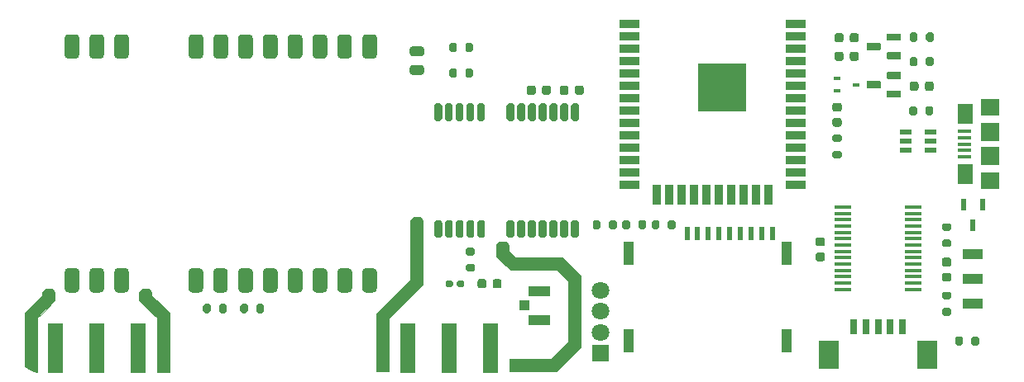
<source format=gbs>
G04 #@! TF.GenerationSoftware,KiCad,Pcbnew,(5.1.10)-1*
G04 #@! TF.CreationDate,2022-02-22T01:10:42-03:00*
G04 #@! TF.ProjectId,Alcantara_v.1.0,416c6361-6e74-4617-9261-5f762e312e30,rev?*
G04 #@! TF.SameCoordinates,Original*
G04 #@! TF.FileFunction,Soldermask,Bot*
G04 #@! TF.FilePolarity,Negative*
%FSLAX46Y46*%
G04 Gerber Fmt 4.6, Leading zero omitted, Abs format (unit mm)*
G04 Created by KiCad (PCBNEW (5.1.10)-1) date 2022-02-22 01:10:42*
%MOMM*%
%LPD*%
G01*
G04 APERTURE LIST*
%ADD10C,0.010000*%
%ADD11R,0.600000X1.250000*%
%ADD12R,1.100000X2.400000*%
%ADD13R,0.620000X1.400000*%
%ADD14C,1.800000*%
%ADD15R,1.800000X1.800000*%
%ADD16R,2.000000X1.000000*%
%ADD17R,2.100000X3.000000*%
%ADD18R,0.800000X1.600000*%
%ADD19R,1.250000X0.500000*%
%ADD20R,1.750000X0.450000*%
%ADD21R,5.000000X5.000000*%
%ADD22R,2.000000X0.900000*%
%ADD23R,0.900000X2.000000*%
%ADD24R,0.700000X0.450000*%
%ADD25R,1.500000X5.080000*%
%ADD26R,1.900000X1.800000*%
%ADD27R,1.900000X1.900000*%
%ADD28R,1.600000X2.100000*%
%ADD29R,1.350000X0.400000*%
%ADD30R,2.200000X1.050000*%
%ADD31R,1.050000X1.000000*%
G04 APERTURE END LIST*
D10*
G36*
X104353671Y-52736360D02*
G01*
X104349400Y-53386600D01*
X105019960Y-54057160D01*
X109815480Y-54057160D01*
X111690000Y-55926600D01*
X111690000Y-63282440D01*
X109216040Y-65756400D01*
X104405280Y-65756400D01*
X104405280Y-64486400D01*
X108692800Y-64486400D01*
X110420000Y-62759200D01*
X110420000Y-56460000D01*
X109282080Y-55327160D01*
X104481480Y-55322080D01*
X103079400Y-53920000D01*
X103079400Y-52736360D01*
X103348640Y-52462040D01*
X104090320Y-52462040D01*
X104353671Y-52736360D01*
G37*
X104353671Y-52736360D02*
X104349400Y-53386600D01*
X105019960Y-54057160D01*
X109815480Y-54057160D01*
X111690000Y-55926600D01*
X111690000Y-63282440D01*
X109216040Y-65756400D01*
X104405280Y-65756400D01*
X104405280Y-64486400D01*
X108692800Y-64486400D01*
X110420000Y-62759200D01*
X110420000Y-56460000D01*
X109282080Y-55327160D01*
X104481480Y-55322080D01*
X103079400Y-53920000D01*
X103079400Y-52736360D01*
X103348640Y-52462040D01*
X104090320Y-52462040D01*
X104353671Y-52736360D01*
G36*
X95564880Y-50195640D02*
G01*
X95564880Y-56855520D01*
X92080000Y-60335320D01*
X92080000Y-65750600D01*
X90810000Y-65750600D01*
X90810000Y-59817160D01*
X94294880Y-56332280D01*
X94294880Y-50195640D01*
X94635240Y-49875600D01*
X95260080Y-49875600D01*
X95564880Y-50195640D01*
G37*
X95564880Y-50195640D02*
X95564880Y-56855520D01*
X92080000Y-60335320D01*
X92080000Y-65750600D01*
X90810000Y-65750600D01*
X90810000Y-59817160D01*
X94294880Y-56332280D01*
X94294880Y-50195640D01*
X94635240Y-49875600D01*
X95260080Y-49875600D01*
X95564880Y-50195640D01*
G36*
X57853580Y-57553860D02*
G01*
X57853580Y-58447940D01*
X56555640Y-59756040D01*
X56045100Y-60253880D01*
X56045100Y-65765680D01*
X55719980Y-65704720D01*
X55384700Y-65587880D01*
X55074820Y-65405000D01*
X54820820Y-65171320D01*
X54775100Y-65115440D01*
X54775100Y-59733180D01*
X56616600Y-57891680D01*
X56616600Y-57593230D01*
X56908700Y-57294780D01*
X57594500Y-57294780D01*
X57853580Y-57553860D01*
G37*
X57853580Y-57553860D02*
X57853580Y-58447940D01*
X56555640Y-59756040D01*
X56045100Y-60253880D01*
X56045100Y-65765680D01*
X55719980Y-65704720D01*
X55384700Y-65587880D01*
X55074820Y-65405000D01*
X54820820Y-65171320D01*
X54775100Y-65115440D01*
X54775100Y-59733180D01*
X56616600Y-57891680D01*
X56616600Y-57593230D01*
X56908700Y-57294780D01*
X57594500Y-57294780D01*
X57853580Y-57553860D01*
G36*
X67772280Y-57593230D02*
G01*
X67772280Y-57891680D01*
X69613780Y-59733180D01*
X69613780Y-65765680D01*
X68343780Y-65765680D01*
X68343780Y-60253880D01*
X67833240Y-59756040D01*
X66502280Y-58425080D01*
X66502280Y-57586880D01*
X66794380Y-57294780D01*
X67480180Y-57294780D01*
X67772280Y-57593230D01*
G37*
X67772280Y-57593230D02*
X67772280Y-57891680D01*
X69613780Y-59733180D01*
X69613780Y-65765680D01*
X68343780Y-65765680D01*
X68343780Y-60253880D01*
X67833240Y-59756040D01*
X66502280Y-58425080D01*
X66502280Y-57586880D01*
X66794380Y-57294780D01*
X67480180Y-57294780D01*
X67772280Y-57593230D01*
D11*
X151870000Y-50702000D03*
X152820000Y-48602000D03*
X150920000Y-48602000D03*
D12*
X116620000Y-53609400D03*
X116620000Y-62609400D03*
X132770000Y-62609400D03*
X132770000Y-53609400D03*
D13*
X131390000Y-51609400D03*
X130290000Y-51609400D03*
X129190000Y-51609400D03*
X128090000Y-51609400D03*
X126990000Y-51609400D03*
X125890000Y-51609400D03*
X124790000Y-51609400D03*
X123690000Y-51609400D03*
X122590000Y-51609400D03*
D14*
X113775000Y-57404000D03*
X113775000Y-59563000D03*
X113775000Y-61722000D03*
D15*
X113775000Y-63881000D03*
G36*
G01*
X59273000Y-55138000D02*
X60023000Y-55138000D01*
G75*
G02*
X60398000Y-55513000I0J-375000D01*
G01*
X60398000Y-57263000D01*
G75*
G02*
X60023000Y-57638000I-375000J0D01*
G01*
X59273000Y-57638000D01*
G75*
G02*
X58898000Y-57263000I0J375000D01*
G01*
X58898000Y-55513000D01*
G75*
G02*
X59273000Y-55138000I375000J0D01*
G01*
G37*
G36*
G01*
X61803000Y-55138000D02*
X62553000Y-55138000D01*
G75*
G02*
X62928000Y-55513000I0J-375000D01*
G01*
X62928000Y-57263000D01*
G75*
G02*
X62553000Y-57638000I-375000J0D01*
G01*
X61803000Y-57638000D01*
G75*
G02*
X61428000Y-57263000I0J375000D01*
G01*
X61428000Y-55513000D01*
G75*
G02*
X61803000Y-55138000I375000J0D01*
G01*
G37*
G36*
G01*
X64343000Y-55138000D02*
X65093000Y-55138000D01*
G75*
G02*
X65468000Y-55513000I0J-375000D01*
G01*
X65468000Y-57263000D01*
G75*
G02*
X65093000Y-57638000I-375000J0D01*
G01*
X64343000Y-57638000D01*
G75*
G02*
X63968000Y-57263000I0J375000D01*
G01*
X63968000Y-55513000D01*
G75*
G02*
X64343000Y-55138000I375000J0D01*
G01*
G37*
G36*
G01*
X71943000Y-55138000D02*
X72693000Y-55138000D01*
G75*
G02*
X73068000Y-55513000I0J-375000D01*
G01*
X73068000Y-57263000D01*
G75*
G02*
X72693000Y-57638000I-375000J0D01*
G01*
X71943000Y-57638000D01*
G75*
G02*
X71568000Y-57263000I0J375000D01*
G01*
X71568000Y-55513000D01*
G75*
G02*
X71943000Y-55138000I375000J0D01*
G01*
G37*
G36*
G01*
X74473000Y-55138000D02*
X75223000Y-55138000D01*
G75*
G02*
X75598000Y-55513000I0J-375000D01*
G01*
X75598000Y-57263000D01*
G75*
G02*
X75223000Y-57638000I-375000J0D01*
G01*
X74473000Y-57638000D01*
G75*
G02*
X74098000Y-57263000I0J375000D01*
G01*
X74098000Y-55513000D01*
G75*
G02*
X74473000Y-55138000I375000J0D01*
G01*
G37*
G36*
G01*
X77033000Y-55138000D02*
X77783000Y-55138000D01*
G75*
G02*
X78158000Y-55513000I0J-375000D01*
G01*
X78158000Y-57263000D01*
G75*
G02*
X77783000Y-57638000I-375000J0D01*
G01*
X77033000Y-57638000D01*
G75*
G02*
X76658000Y-57263000I0J375000D01*
G01*
X76658000Y-55513000D01*
G75*
G02*
X77033000Y-55138000I375000J0D01*
G01*
G37*
G36*
G01*
X79563000Y-55138000D02*
X80313000Y-55138000D01*
G75*
G02*
X80688000Y-55513000I0J-375000D01*
G01*
X80688000Y-57263000D01*
G75*
G02*
X80313000Y-57638000I-375000J0D01*
G01*
X79563000Y-57638000D01*
G75*
G02*
X79188000Y-57263000I0J375000D01*
G01*
X79188000Y-55513000D01*
G75*
G02*
X79563000Y-55138000I375000J0D01*
G01*
G37*
G36*
G01*
X82113000Y-55138000D02*
X82863000Y-55138000D01*
G75*
G02*
X83238000Y-55513000I0J-375000D01*
G01*
X83238000Y-57263000D01*
G75*
G02*
X82863000Y-57638000I-375000J0D01*
G01*
X82113000Y-57638000D01*
G75*
G02*
X81738000Y-57263000I0J375000D01*
G01*
X81738000Y-55513000D01*
G75*
G02*
X82113000Y-55138000I375000J0D01*
G01*
G37*
G36*
G01*
X84643000Y-55138000D02*
X85393000Y-55138000D01*
G75*
G02*
X85768000Y-55513000I0J-375000D01*
G01*
X85768000Y-57263000D01*
G75*
G02*
X85393000Y-57638000I-375000J0D01*
G01*
X84643000Y-57638000D01*
G75*
G02*
X84268000Y-57263000I0J375000D01*
G01*
X84268000Y-55513000D01*
G75*
G02*
X84643000Y-55138000I375000J0D01*
G01*
G37*
G36*
G01*
X87183000Y-55138000D02*
X87933000Y-55138000D01*
G75*
G02*
X88308000Y-55513000I0J-375000D01*
G01*
X88308000Y-57263000D01*
G75*
G02*
X87933000Y-57638000I-375000J0D01*
G01*
X87183000Y-57638000D01*
G75*
G02*
X86808000Y-57263000I0J375000D01*
G01*
X86808000Y-55513000D01*
G75*
G02*
X87183000Y-55138000I375000J0D01*
G01*
G37*
G36*
G01*
X89723000Y-55138000D02*
X90473000Y-55138000D01*
G75*
G02*
X90848000Y-55513000I0J-375000D01*
G01*
X90848000Y-57263000D01*
G75*
G02*
X90473000Y-57638000I-375000J0D01*
G01*
X89723000Y-57638000D01*
G75*
G02*
X89348000Y-57263000I0J375000D01*
G01*
X89348000Y-55513000D01*
G75*
G02*
X89723000Y-55138000I375000J0D01*
G01*
G37*
G36*
G01*
X89733000Y-31138000D02*
X90483000Y-31138000D01*
G75*
G02*
X90858000Y-31513000I0J-375000D01*
G01*
X90858000Y-33263000D01*
G75*
G02*
X90483000Y-33638000I-375000J0D01*
G01*
X89733000Y-33638000D01*
G75*
G02*
X89358000Y-33263000I0J375000D01*
G01*
X89358000Y-31513000D01*
G75*
G02*
X89733000Y-31138000I375000J0D01*
G01*
G37*
G36*
G01*
X87173000Y-31138000D02*
X87923000Y-31138000D01*
G75*
G02*
X88298000Y-31513000I0J-375000D01*
G01*
X88298000Y-33263000D01*
G75*
G02*
X87923000Y-33638000I-375000J0D01*
G01*
X87173000Y-33638000D01*
G75*
G02*
X86798000Y-33263000I0J375000D01*
G01*
X86798000Y-31513000D01*
G75*
G02*
X87173000Y-31138000I375000J0D01*
G01*
G37*
G36*
G01*
X84643000Y-31138000D02*
X85393000Y-31138000D01*
G75*
G02*
X85768000Y-31513000I0J-375000D01*
G01*
X85768000Y-33263000D01*
G75*
G02*
X85393000Y-33638000I-375000J0D01*
G01*
X84643000Y-33638000D01*
G75*
G02*
X84268000Y-33263000I0J375000D01*
G01*
X84268000Y-31513000D01*
G75*
G02*
X84643000Y-31138000I375000J0D01*
G01*
G37*
G36*
G01*
X82103000Y-31138000D02*
X82853000Y-31138000D01*
G75*
G02*
X83228000Y-31513000I0J-375000D01*
G01*
X83228000Y-33263000D01*
G75*
G02*
X82853000Y-33638000I-375000J0D01*
G01*
X82103000Y-33638000D01*
G75*
G02*
X81728000Y-33263000I0J375000D01*
G01*
X81728000Y-31513000D01*
G75*
G02*
X82103000Y-31138000I375000J0D01*
G01*
G37*
G36*
G01*
X79563000Y-31138000D02*
X80313000Y-31138000D01*
G75*
G02*
X80688000Y-31513000I0J-375000D01*
G01*
X80688000Y-33263000D01*
G75*
G02*
X80313000Y-33638000I-375000J0D01*
G01*
X79563000Y-33638000D01*
G75*
G02*
X79188000Y-33263000I0J375000D01*
G01*
X79188000Y-31513000D01*
G75*
G02*
X79563000Y-31138000I375000J0D01*
G01*
G37*
G36*
G01*
X77023000Y-31138000D02*
X77773000Y-31138000D01*
G75*
G02*
X78148000Y-31513000I0J-375000D01*
G01*
X78148000Y-33263000D01*
G75*
G02*
X77773000Y-33638000I-375000J0D01*
G01*
X77023000Y-33638000D01*
G75*
G02*
X76648000Y-33263000I0J375000D01*
G01*
X76648000Y-31513000D01*
G75*
G02*
X77023000Y-31138000I375000J0D01*
G01*
G37*
G36*
G01*
X74493000Y-31138000D02*
X75243000Y-31138000D01*
G75*
G02*
X75618000Y-31513000I0J-375000D01*
G01*
X75618000Y-33263000D01*
G75*
G02*
X75243000Y-33638000I-375000J0D01*
G01*
X74493000Y-33638000D01*
G75*
G02*
X74118000Y-33263000I0J375000D01*
G01*
X74118000Y-31513000D01*
G75*
G02*
X74493000Y-31138000I375000J0D01*
G01*
G37*
G36*
G01*
X71953000Y-31138000D02*
X72703000Y-31138000D01*
G75*
G02*
X73078000Y-31513000I0J-375000D01*
G01*
X73078000Y-33263000D01*
G75*
G02*
X72703000Y-33638000I-375000J0D01*
G01*
X71953000Y-33638000D01*
G75*
G02*
X71578000Y-33263000I0J375000D01*
G01*
X71578000Y-31513000D01*
G75*
G02*
X71953000Y-31138000I375000J0D01*
G01*
G37*
G36*
G01*
X64343000Y-31138000D02*
X65093000Y-31138000D01*
G75*
G02*
X65468000Y-31513000I0J-375000D01*
G01*
X65468000Y-33263000D01*
G75*
G02*
X65093000Y-33638000I-375000J0D01*
G01*
X64343000Y-33638000D01*
G75*
G02*
X63968000Y-33263000I0J375000D01*
G01*
X63968000Y-31513000D01*
G75*
G02*
X64343000Y-31138000I375000J0D01*
G01*
G37*
G36*
G01*
X61803000Y-31138000D02*
X62553000Y-31138000D01*
G75*
G02*
X62928000Y-31513000I0J-375000D01*
G01*
X62928000Y-33263000D01*
G75*
G02*
X62553000Y-33638000I-375000J0D01*
G01*
X61803000Y-33638000D01*
G75*
G02*
X61428000Y-33263000I0J375000D01*
G01*
X61428000Y-31513000D01*
G75*
G02*
X61803000Y-31138000I375000J0D01*
G01*
G37*
G36*
G01*
X59263000Y-31138000D02*
X60013000Y-31138000D01*
G75*
G02*
X60388000Y-31513000I0J-375000D01*
G01*
X60388000Y-33263000D01*
G75*
G02*
X60013000Y-33638000I-375000J0D01*
G01*
X59263000Y-33638000D01*
G75*
G02*
X58888000Y-33263000I0J375000D01*
G01*
X58888000Y-31513000D01*
G75*
G02*
X59263000Y-31138000I375000J0D01*
G01*
G37*
D16*
X151860400Y-56261000D03*
X151860400Y-53721000D03*
X151860400Y-58801000D03*
D17*
X137103000Y-64008000D03*
X147203000Y-64008000D03*
D18*
X139653000Y-61108000D03*
X140903000Y-61108000D03*
X142153000Y-61108000D03*
X143403000Y-61108000D03*
X144653000Y-61108000D03*
D19*
X147490500Y-43050500D03*
X147490500Y-42100500D03*
X147490500Y-41150500D03*
X144990500Y-41150500D03*
X144990500Y-42100500D03*
X144990500Y-43050500D03*
D20*
X145719500Y-57311000D03*
X145719500Y-56661000D03*
X145719500Y-56011000D03*
X145719500Y-55361000D03*
X145719500Y-54711000D03*
X145719500Y-54061000D03*
X145719500Y-53411000D03*
X145719500Y-52761000D03*
X145719500Y-52111000D03*
X145719500Y-51461000D03*
X145719500Y-50811000D03*
X145719500Y-50161000D03*
X145719500Y-49511000D03*
X145719500Y-48861000D03*
X138519500Y-48861000D03*
X138519500Y-49511000D03*
X138519500Y-50161000D03*
X138519500Y-50811000D03*
X138519500Y-51461000D03*
X138519500Y-52111000D03*
X138519500Y-52761000D03*
X138519500Y-53411000D03*
X138519500Y-54061000D03*
X138519500Y-54711000D03*
X138519500Y-55361000D03*
X138519500Y-56011000D03*
X138519500Y-56661000D03*
X138519500Y-57311000D03*
D21*
X126222000Y-36599000D03*
D22*
X116722000Y-46609000D03*
X116722000Y-45339000D03*
X116722000Y-44069000D03*
X116722000Y-42799000D03*
X116722000Y-41529000D03*
X116722000Y-40259000D03*
X116722000Y-38989000D03*
X116722000Y-37719000D03*
X116722000Y-36449000D03*
X116722000Y-35179000D03*
X116722000Y-33909000D03*
X116722000Y-32639000D03*
X116722000Y-31369000D03*
X116722000Y-30099000D03*
X133722000Y-46609000D03*
X133722000Y-45339000D03*
X133722000Y-44069000D03*
X133722000Y-42799000D03*
X133722000Y-41529000D03*
X133722000Y-40259000D03*
X133722000Y-38989000D03*
X133722000Y-37719000D03*
X133722000Y-36449000D03*
X133722000Y-35179000D03*
X133722000Y-33909000D03*
X133722000Y-32639000D03*
X133722000Y-31369000D03*
D23*
X119507000Y-47609000D03*
X120777000Y-47609000D03*
X122047000Y-47609000D03*
X123317000Y-47609000D03*
X124587000Y-47609000D03*
X125857000Y-47609000D03*
X127127000Y-47609000D03*
X128397000Y-47609000D03*
X129667000Y-47609000D03*
X130937000Y-47609000D03*
D22*
X133722000Y-30099000D03*
G36*
G01*
X148893000Y-57563300D02*
X149443000Y-57563300D01*
G75*
G02*
X149643000Y-57763300I0J-200000D01*
G01*
X149643000Y-58163300D01*
G75*
G02*
X149443000Y-58363300I-200000J0D01*
G01*
X148893000Y-58363300D01*
G75*
G02*
X148693000Y-58163300I0J200000D01*
G01*
X148693000Y-57763300D01*
G75*
G02*
X148893000Y-57563300I200000J0D01*
G01*
G37*
G36*
G01*
X148893000Y-59213300D02*
X149443000Y-59213300D01*
G75*
G02*
X149643000Y-59413300I0J-200000D01*
G01*
X149643000Y-59813300D01*
G75*
G02*
X149443000Y-60013300I-200000J0D01*
G01*
X148893000Y-60013300D01*
G75*
G02*
X148693000Y-59813300I0J200000D01*
G01*
X148693000Y-59413300D01*
G75*
G02*
X148893000Y-59213300I200000J0D01*
G01*
G37*
D24*
X139938000Y-36322000D03*
X137938000Y-35672000D03*
X137938000Y-36972000D03*
G36*
G01*
X150038000Y-62886000D02*
X150038000Y-62336000D01*
G75*
G02*
X150238000Y-62136000I200000J0D01*
G01*
X150638000Y-62136000D01*
G75*
G02*
X150838000Y-62336000I0J-200000D01*
G01*
X150838000Y-62886000D01*
G75*
G02*
X150638000Y-63086000I-200000J0D01*
G01*
X150238000Y-63086000D01*
G75*
G02*
X150038000Y-62886000I0J200000D01*
G01*
G37*
G36*
G01*
X151688000Y-62886000D02*
X151688000Y-62336000D01*
G75*
G02*
X151888000Y-62136000I200000J0D01*
G01*
X152288000Y-62136000D01*
G75*
G02*
X152488000Y-62336000I0J-200000D01*
G01*
X152488000Y-62886000D01*
G75*
G02*
X152288000Y-63086000I-200000J0D01*
G01*
X151888000Y-63086000D01*
G75*
G02*
X151688000Y-62886000I0J200000D01*
G01*
G37*
G36*
G01*
X116764500Y-50410700D02*
X116764500Y-50960700D01*
G75*
G02*
X116564500Y-51160700I-200000J0D01*
G01*
X116164500Y-51160700D01*
G75*
G02*
X115964500Y-50960700I0J200000D01*
G01*
X115964500Y-50410700D01*
G75*
G02*
X116164500Y-50210700I200000J0D01*
G01*
X116564500Y-50210700D01*
G75*
G02*
X116764500Y-50410700I0J-200000D01*
G01*
G37*
G36*
G01*
X118414500Y-50410700D02*
X118414500Y-50960700D01*
G75*
G02*
X118214500Y-51160700I-200000J0D01*
G01*
X117814500Y-51160700D01*
G75*
G02*
X117614500Y-50960700I0J200000D01*
G01*
X117614500Y-50410700D01*
G75*
G02*
X117814500Y-50210700I200000J0D01*
G01*
X118214500Y-50210700D01*
G75*
G02*
X118414500Y-50410700I0J-200000D01*
G01*
G37*
G36*
G01*
X98250000Y-32775000D02*
X98250000Y-32225000D01*
G75*
G02*
X98450000Y-32025000I200000J0D01*
G01*
X98850000Y-32025000D01*
G75*
G02*
X99050000Y-32225000I0J-200000D01*
G01*
X99050000Y-32775000D01*
G75*
G02*
X98850000Y-32975000I-200000J0D01*
G01*
X98450000Y-32975000D01*
G75*
G02*
X98250000Y-32775000I0J200000D01*
G01*
G37*
G36*
G01*
X99900000Y-32775000D02*
X99900000Y-32225000D01*
G75*
G02*
X100100000Y-32025000I200000J0D01*
G01*
X100500000Y-32025000D01*
G75*
G02*
X100700000Y-32225000I0J-200000D01*
G01*
X100700000Y-32775000D01*
G75*
G02*
X100500000Y-32975000I-200000J0D01*
G01*
X100100000Y-32975000D01*
G75*
G02*
X99900000Y-32775000I0J200000D01*
G01*
G37*
G36*
G01*
X99900000Y-35375000D02*
X99900000Y-34825000D01*
G75*
G02*
X100100000Y-34625000I200000J0D01*
G01*
X100500000Y-34625000D01*
G75*
G02*
X100700000Y-34825000I0J-200000D01*
G01*
X100700000Y-35375000D01*
G75*
G02*
X100500000Y-35575000I-200000J0D01*
G01*
X100100000Y-35575000D01*
G75*
G02*
X99900000Y-35375000I0J200000D01*
G01*
G37*
G36*
G01*
X98250000Y-35375000D02*
X98250000Y-34825000D01*
G75*
G02*
X98450000Y-34625000I200000J0D01*
G01*
X98850000Y-34625000D01*
G75*
G02*
X99050000Y-34825000I0J-200000D01*
G01*
X99050000Y-35375000D01*
G75*
G02*
X98850000Y-35575000I-200000J0D01*
G01*
X98450000Y-35575000D01*
G75*
G02*
X98250000Y-35375000I0J200000D01*
G01*
G37*
G36*
G01*
X115398500Y-50410700D02*
X115398500Y-50960700D01*
G75*
G02*
X115198500Y-51160700I-200000J0D01*
G01*
X114798500Y-51160700D01*
G75*
G02*
X114598500Y-50960700I0J200000D01*
G01*
X114598500Y-50410700D01*
G75*
G02*
X114798500Y-50210700I200000J0D01*
G01*
X115198500Y-50210700D01*
G75*
G02*
X115398500Y-50410700I0J-200000D01*
G01*
G37*
G36*
G01*
X113748500Y-50410700D02*
X113748500Y-50960700D01*
G75*
G02*
X113548500Y-51160700I-200000J0D01*
G01*
X113148500Y-51160700D01*
G75*
G02*
X112948500Y-50960700I0J200000D01*
G01*
X112948500Y-50410700D01*
G75*
G02*
X113148500Y-50210700I200000J0D01*
G01*
X113548500Y-50210700D01*
G75*
G02*
X113748500Y-50410700I0J-200000D01*
G01*
G37*
D25*
X98235640Y-63347600D03*
X93985640Y-63347600D03*
X102485640Y-63347600D03*
X62193240Y-63342520D03*
X57943240Y-63342520D03*
X66443240Y-63342520D03*
G36*
G01*
X98645080Y-56578520D02*
X98645080Y-56898520D01*
G75*
G02*
X98485080Y-57058520I-160000J0D01*
G01*
X98040080Y-57058520D01*
G75*
G02*
X97880080Y-56898520I0J160000D01*
G01*
X97880080Y-56578520D01*
G75*
G02*
X98040080Y-56418520I160000J0D01*
G01*
X98485080Y-56418520D01*
G75*
G02*
X98645080Y-56578520I0J-160000D01*
G01*
G37*
G36*
G01*
X99790080Y-56578520D02*
X99790080Y-56898520D01*
G75*
G02*
X99630080Y-57058520I-160000J0D01*
G01*
X99185080Y-57058520D01*
G75*
G02*
X99025080Y-56898520I0J160000D01*
G01*
X99025080Y-56578520D01*
G75*
G02*
X99185080Y-56418520I160000J0D01*
G01*
X99630080Y-56418520D01*
G75*
G02*
X99790080Y-56578520I0J-160000D01*
G01*
G37*
G36*
G01*
X144518000Y-31135000D02*
X144518000Y-31735000D01*
G75*
G02*
X144448000Y-31805000I-70000J0D01*
G01*
X143148000Y-31805000D01*
G75*
G02*
X143078000Y-31735000I0J70000D01*
G01*
X143078000Y-31135000D01*
G75*
G02*
X143148000Y-31065000I70000J0D01*
G01*
X144448000Y-31065000D01*
G75*
G02*
X144518000Y-31135000I0J-70000D01*
G01*
G37*
G36*
G01*
X144518000Y-33035000D02*
X144518000Y-33635000D01*
G75*
G02*
X144448000Y-33705000I-70000J0D01*
G01*
X143148000Y-33705000D01*
G75*
G02*
X143078000Y-33635000I0J70000D01*
G01*
X143078000Y-33035000D01*
G75*
G02*
X143148000Y-32965000I70000J0D01*
G01*
X144448000Y-32965000D01*
G75*
G02*
X144518000Y-33035000I0J-70000D01*
G01*
G37*
G36*
G01*
X142418000Y-32085000D02*
X142418000Y-32685000D01*
G75*
G02*
X142348000Y-32755000I-70000J0D01*
G01*
X141048000Y-32755000D01*
G75*
G02*
X140978000Y-32685000I0J70000D01*
G01*
X140978000Y-32085000D01*
G75*
G02*
X141048000Y-32015000I70000J0D01*
G01*
X142348000Y-32015000D01*
G75*
G02*
X142418000Y-32085000I0J-70000D01*
G01*
G37*
G36*
G01*
X144518000Y-35072000D02*
X144518000Y-35672000D01*
G75*
G02*
X144448000Y-35742000I-70000J0D01*
G01*
X143148000Y-35742000D01*
G75*
G02*
X143078000Y-35672000I0J70000D01*
G01*
X143078000Y-35072000D01*
G75*
G02*
X143148000Y-35002000I70000J0D01*
G01*
X144448000Y-35002000D01*
G75*
G02*
X144518000Y-35072000I0J-70000D01*
G01*
G37*
G36*
G01*
X144518000Y-36972000D02*
X144518000Y-37572000D01*
G75*
G02*
X144448000Y-37642000I-70000J0D01*
G01*
X143148000Y-37642000D01*
G75*
G02*
X143078000Y-37572000I0J70000D01*
G01*
X143078000Y-36972000D01*
G75*
G02*
X143148000Y-36902000I70000J0D01*
G01*
X144448000Y-36902000D01*
G75*
G02*
X144518000Y-36972000I0J-70000D01*
G01*
G37*
G36*
G01*
X142418000Y-36022000D02*
X142418000Y-36622000D01*
G75*
G02*
X142348000Y-36692000I-70000J0D01*
G01*
X141048000Y-36692000D01*
G75*
G02*
X140978000Y-36622000I0J70000D01*
G01*
X140978000Y-36022000D01*
G75*
G02*
X141048000Y-35952000I70000J0D01*
G01*
X142348000Y-35952000D01*
G75*
G02*
X142418000Y-36022000I0J-70000D01*
G01*
G37*
D26*
X153650000Y-38600000D03*
X153650000Y-46200000D03*
D27*
X153650000Y-41200000D03*
X153650000Y-43600000D03*
D28*
X151100000Y-39300000D03*
X151100000Y-45500000D03*
D29*
X150975000Y-41100000D03*
X150975000Y-43050000D03*
X150975000Y-43700000D03*
X150975000Y-41750000D03*
X150975000Y-42400000D03*
G36*
G01*
X111328200Y-40030200D02*
X110928200Y-40030200D01*
G75*
G02*
X110728200Y-39830200I0J200000D01*
G01*
X110728200Y-38430200D01*
G75*
G02*
X110928200Y-38230200I200000J0D01*
G01*
X111328200Y-38230200D01*
G75*
G02*
X111528200Y-38430200I0J-200000D01*
G01*
X111528200Y-39830200D01*
G75*
G02*
X111328200Y-40030200I-200000J0D01*
G01*
G37*
G36*
G01*
X110228200Y-40030200D02*
X109828200Y-40030200D01*
G75*
G02*
X109628200Y-39830200I0J200000D01*
G01*
X109628200Y-38430200D01*
G75*
G02*
X109828200Y-38230200I200000J0D01*
G01*
X110228200Y-38230200D01*
G75*
G02*
X110428200Y-38430200I0J-200000D01*
G01*
X110428200Y-39830200D01*
G75*
G02*
X110228200Y-40030200I-200000J0D01*
G01*
G37*
G36*
G01*
X109128200Y-40030200D02*
X108728200Y-40030200D01*
G75*
G02*
X108528200Y-39830200I0J200000D01*
G01*
X108528200Y-38430200D01*
G75*
G02*
X108728200Y-38230200I200000J0D01*
G01*
X109128200Y-38230200D01*
G75*
G02*
X109328200Y-38430200I0J-200000D01*
G01*
X109328200Y-39830200D01*
G75*
G02*
X109128200Y-40030200I-200000J0D01*
G01*
G37*
G36*
G01*
X108028200Y-40030200D02*
X107628200Y-40030200D01*
G75*
G02*
X107428200Y-39830200I0J200000D01*
G01*
X107428200Y-38430200D01*
G75*
G02*
X107628200Y-38230200I200000J0D01*
G01*
X108028200Y-38230200D01*
G75*
G02*
X108228200Y-38430200I0J-200000D01*
G01*
X108228200Y-39830200D01*
G75*
G02*
X108028200Y-40030200I-200000J0D01*
G01*
G37*
G36*
G01*
X106928200Y-40030200D02*
X106528200Y-40030200D01*
G75*
G02*
X106328200Y-39830200I0J200000D01*
G01*
X106328200Y-38430200D01*
G75*
G02*
X106528200Y-38230200I200000J0D01*
G01*
X106928200Y-38230200D01*
G75*
G02*
X107128200Y-38430200I0J-200000D01*
G01*
X107128200Y-39830200D01*
G75*
G02*
X106928200Y-40030200I-200000J0D01*
G01*
G37*
G36*
G01*
X105828200Y-40030200D02*
X105428200Y-40030200D01*
G75*
G02*
X105228200Y-39830200I0J200000D01*
G01*
X105228200Y-38430200D01*
G75*
G02*
X105428200Y-38230200I200000J0D01*
G01*
X105828200Y-38230200D01*
G75*
G02*
X106028200Y-38430200I0J-200000D01*
G01*
X106028200Y-39830200D01*
G75*
G02*
X105828200Y-40030200I-200000J0D01*
G01*
G37*
G36*
G01*
X104728200Y-40030200D02*
X104328200Y-40030200D01*
G75*
G02*
X104128200Y-39830200I0J200000D01*
G01*
X104128200Y-38430200D01*
G75*
G02*
X104328200Y-38230200I200000J0D01*
G01*
X104728200Y-38230200D01*
G75*
G02*
X104928200Y-38430200I0J-200000D01*
G01*
X104928200Y-39830200D01*
G75*
G02*
X104728200Y-40030200I-200000J0D01*
G01*
G37*
G36*
G01*
X101728200Y-40030200D02*
X101328200Y-40030200D01*
G75*
G02*
X101128200Y-39830200I0J200000D01*
G01*
X101128200Y-38430200D01*
G75*
G02*
X101328200Y-38230200I200000J0D01*
G01*
X101728200Y-38230200D01*
G75*
G02*
X101928200Y-38430200I0J-200000D01*
G01*
X101928200Y-39830200D01*
G75*
G02*
X101728200Y-40030200I-200000J0D01*
G01*
G37*
G36*
G01*
X100628200Y-40030200D02*
X100228200Y-40030200D01*
G75*
G02*
X100028200Y-39830200I0J200000D01*
G01*
X100028200Y-38430200D01*
G75*
G02*
X100228200Y-38230200I200000J0D01*
G01*
X100628200Y-38230200D01*
G75*
G02*
X100828200Y-38430200I0J-200000D01*
G01*
X100828200Y-39830200D01*
G75*
G02*
X100628200Y-40030200I-200000J0D01*
G01*
G37*
G36*
G01*
X99528200Y-40030200D02*
X99128200Y-40030200D01*
G75*
G02*
X98928200Y-39830200I0J200000D01*
G01*
X98928200Y-38430200D01*
G75*
G02*
X99128200Y-38230200I200000J0D01*
G01*
X99528200Y-38230200D01*
G75*
G02*
X99728200Y-38430200I0J-200000D01*
G01*
X99728200Y-39830200D01*
G75*
G02*
X99528200Y-40030200I-200000J0D01*
G01*
G37*
G36*
G01*
X98428200Y-40030200D02*
X98028200Y-40030200D01*
G75*
G02*
X97828200Y-39830200I0J200000D01*
G01*
X97828200Y-38430200D01*
G75*
G02*
X98028200Y-38230200I200000J0D01*
G01*
X98428200Y-38230200D01*
G75*
G02*
X98628200Y-38430200I0J-200000D01*
G01*
X98628200Y-39830200D01*
G75*
G02*
X98428200Y-40030200I-200000J0D01*
G01*
G37*
G36*
G01*
X97328200Y-40030200D02*
X96928200Y-40030200D01*
G75*
G02*
X96728200Y-39830200I0J200000D01*
G01*
X96728200Y-38430200D01*
G75*
G02*
X96928200Y-38230200I200000J0D01*
G01*
X97328200Y-38230200D01*
G75*
G02*
X97528200Y-38430200I0J-200000D01*
G01*
X97528200Y-39830200D01*
G75*
G02*
X97328200Y-40030200I-200000J0D01*
G01*
G37*
G36*
G01*
X97328200Y-52030200D02*
X96928200Y-52030200D01*
G75*
G02*
X96728200Y-51830200I0J200000D01*
G01*
X96728200Y-50430200D01*
G75*
G02*
X96928200Y-50230200I200000J0D01*
G01*
X97328200Y-50230200D01*
G75*
G02*
X97528200Y-50430200I0J-200000D01*
G01*
X97528200Y-51830200D01*
G75*
G02*
X97328200Y-52030200I-200000J0D01*
G01*
G37*
G36*
G01*
X98428200Y-52030200D02*
X98028200Y-52030200D01*
G75*
G02*
X97828200Y-51830200I0J200000D01*
G01*
X97828200Y-50430200D01*
G75*
G02*
X98028200Y-50230200I200000J0D01*
G01*
X98428200Y-50230200D01*
G75*
G02*
X98628200Y-50430200I0J-200000D01*
G01*
X98628200Y-51830200D01*
G75*
G02*
X98428200Y-52030200I-200000J0D01*
G01*
G37*
G36*
G01*
X99528200Y-52030200D02*
X99128200Y-52030200D01*
G75*
G02*
X98928200Y-51830200I0J200000D01*
G01*
X98928200Y-50430200D01*
G75*
G02*
X99128200Y-50230200I200000J0D01*
G01*
X99528200Y-50230200D01*
G75*
G02*
X99728200Y-50430200I0J-200000D01*
G01*
X99728200Y-51830200D01*
G75*
G02*
X99528200Y-52030200I-200000J0D01*
G01*
G37*
G36*
G01*
X100628200Y-52030200D02*
X100228200Y-52030200D01*
G75*
G02*
X100028200Y-51830200I0J200000D01*
G01*
X100028200Y-50430200D01*
G75*
G02*
X100228200Y-50230200I200000J0D01*
G01*
X100628200Y-50230200D01*
G75*
G02*
X100828200Y-50430200I0J-200000D01*
G01*
X100828200Y-51830200D01*
G75*
G02*
X100628200Y-52030200I-200000J0D01*
G01*
G37*
G36*
G01*
X101728200Y-52030200D02*
X101328200Y-52030200D01*
G75*
G02*
X101128200Y-51830200I0J200000D01*
G01*
X101128200Y-50430200D01*
G75*
G02*
X101328200Y-50230200I200000J0D01*
G01*
X101728200Y-50230200D01*
G75*
G02*
X101928200Y-50430200I0J-200000D01*
G01*
X101928200Y-51830200D01*
G75*
G02*
X101728200Y-52030200I-200000J0D01*
G01*
G37*
G36*
G01*
X104728200Y-52030200D02*
X104328200Y-52030200D01*
G75*
G02*
X104128200Y-51830200I0J200000D01*
G01*
X104128200Y-50430200D01*
G75*
G02*
X104328200Y-50230200I200000J0D01*
G01*
X104728200Y-50230200D01*
G75*
G02*
X104928200Y-50430200I0J-200000D01*
G01*
X104928200Y-51830200D01*
G75*
G02*
X104728200Y-52030200I-200000J0D01*
G01*
G37*
G36*
G01*
X105828200Y-52030200D02*
X105428200Y-52030200D01*
G75*
G02*
X105228200Y-51830200I0J200000D01*
G01*
X105228200Y-50430200D01*
G75*
G02*
X105428200Y-50230200I200000J0D01*
G01*
X105828200Y-50230200D01*
G75*
G02*
X106028200Y-50430200I0J-200000D01*
G01*
X106028200Y-51830200D01*
G75*
G02*
X105828200Y-52030200I-200000J0D01*
G01*
G37*
G36*
G01*
X106928200Y-52030200D02*
X106528200Y-52030200D01*
G75*
G02*
X106328200Y-51830200I0J200000D01*
G01*
X106328200Y-50430200D01*
G75*
G02*
X106528200Y-50230200I200000J0D01*
G01*
X106928200Y-50230200D01*
G75*
G02*
X107128200Y-50430200I0J-200000D01*
G01*
X107128200Y-51830200D01*
G75*
G02*
X106928200Y-52030200I-200000J0D01*
G01*
G37*
G36*
G01*
X108028200Y-52030200D02*
X107628200Y-52030200D01*
G75*
G02*
X107428200Y-51830200I0J200000D01*
G01*
X107428200Y-50430200D01*
G75*
G02*
X107628200Y-50230200I200000J0D01*
G01*
X108028200Y-50230200D01*
G75*
G02*
X108228200Y-50430200I0J-200000D01*
G01*
X108228200Y-51830200D01*
G75*
G02*
X108028200Y-52030200I-200000J0D01*
G01*
G37*
G36*
G01*
X109128200Y-52030200D02*
X108728200Y-52030200D01*
G75*
G02*
X108528200Y-51830200I0J200000D01*
G01*
X108528200Y-50430200D01*
G75*
G02*
X108728200Y-50230200I200000J0D01*
G01*
X109128200Y-50230200D01*
G75*
G02*
X109328200Y-50430200I0J-200000D01*
G01*
X109328200Y-51830200D01*
G75*
G02*
X109128200Y-52030200I-200000J0D01*
G01*
G37*
G36*
G01*
X110228200Y-52030200D02*
X109828200Y-52030200D01*
G75*
G02*
X109628200Y-51830200I0J200000D01*
G01*
X109628200Y-50430200D01*
G75*
G02*
X109828200Y-50230200I200000J0D01*
G01*
X110228200Y-50230200D01*
G75*
G02*
X110428200Y-50430200I0J-200000D01*
G01*
X110428200Y-51830200D01*
G75*
G02*
X110228200Y-52030200I-200000J0D01*
G01*
G37*
G36*
G01*
X111328200Y-52030200D02*
X110928200Y-52030200D01*
G75*
G02*
X110728200Y-51830200I0J200000D01*
G01*
X110728200Y-50430200D01*
G75*
G02*
X110928200Y-50230200I200000J0D01*
G01*
X111328200Y-50230200D01*
G75*
G02*
X111528200Y-50430200I0J-200000D01*
G01*
X111528200Y-51830200D01*
G75*
G02*
X111328200Y-52030200I-200000J0D01*
G01*
G37*
G36*
G01*
X94475000Y-34300000D02*
X95425000Y-34300000D01*
G75*
G02*
X95675000Y-34550000I0J-250000D01*
G01*
X95675000Y-35050000D01*
G75*
G02*
X95425000Y-35300000I-250000J0D01*
G01*
X94475000Y-35300000D01*
G75*
G02*
X94225000Y-35050000I0J250000D01*
G01*
X94225000Y-34550000D01*
G75*
G02*
X94475000Y-34300000I250000J0D01*
G01*
G37*
G36*
G01*
X94475000Y-32400000D02*
X95425000Y-32400000D01*
G75*
G02*
X95675000Y-32650000I0J-250000D01*
G01*
X95675000Y-33150000D01*
G75*
G02*
X95425000Y-33400000I-250000J0D01*
G01*
X94475000Y-33400000D01*
G75*
G02*
X94225000Y-33150000I0J250000D01*
G01*
X94225000Y-32650000D01*
G75*
G02*
X94475000Y-32400000I250000J0D01*
G01*
G37*
G36*
G01*
X119780500Y-50410700D02*
X119780500Y-50960700D01*
G75*
G02*
X119580500Y-51160700I-200000J0D01*
G01*
X119180500Y-51160700D01*
G75*
G02*
X118980500Y-50960700I0J200000D01*
G01*
X118980500Y-50410700D01*
G75*
G02*
X119180500Y-50210700I200000J0D01*
G01*
X119580500Y-50210700D01*
G75*
G02*
X119780500Y-50410700I0J-200000D01*
G01*
G37*
G36*
G01*
X121430500Y-50410700D02*
X121430500Y-50960700D01*
G75*
G02*
X121230500Y-51160700I-200000J0D01*
G01*
X120830500Y-51160700D01*
G75*
G02*
X120630500Y-50960700I0J200000D01*
G01*
X120630500Y-50410700D01*
G75*
G02*
X120830500Y-50210700I200000J0D01*
G01*
X121230500Y-50210700D01*
G75*
G02*
X121430500Y-50410700I0J-200000D01*
G01*
G37*
G36*
G01*
X74693400Y-59558600D02*
X74693400Y-59008600D01*
G75*
G02*
X74893400Y-58808600I200000J0D01*
G01*
X75293400Y-58808600D01*
G75*
G02*
X75493400Y-59008600I0J-200000D01*
G01*
X75493400Y-59558600D01*
G75*
G02*
X75293400Y-59758600I-200000J0D01*
G01*
X74893400Y-59758600D01*
G75*
G02*
X74693400Y-59558600I0J200000D01*
G01*
G37*
G36*
G01*
X73043400Y-59558600D02*
X73043400Y-59008600D01*
G75*
G02*
X73243400Y-58808600I200000J0D01*
G01*
X73643400Y-58808600D01*
G75*
G02*
X73843400Y-59008600I0J-200000D01*
G01*
X73843400Y-59558600D01*
G75*
G02*
X73643400Y-59758600I-200000J0D01*
G01*
X73243400Y-59758600D01*
G75*
G02*
X73043400Y-59558600I0J200000D01*
G01*
G37*
G36*
G01*
X78503400Y-59558600D02*
X78503400Y-59008600D01*
G75*
G02*
X78703400Y-58808600I200000J0D01*
G01*
X79103400Y-58808600D01*
G75*
G02*
X79303400Y-59008600I0J-200000D01*
G01*
X79303400Y-59558600D01*
G75*
G02*
X79103400Y-59758600I-200000J0D01*
G01*
X78703400Y-59758600D01*
G75*
G02*
X78503400Y-59558600I0J200000D01*
G01*
G37*
G36*
G01*
X76853400Y-59558600D02*
X76853400Y-59008600D01*
G75*
G02*
X77053400Y-58808600I200000J0D01*
G01*
X77453400Y-58808600D01*
G75*
G02*
X77653400Y-59008600I0J-200000D01*
G01*
X77653400Y-59558600D01*
G75*
G02*
X77453400Y-59758600I-200000J0D01*
G01*
X77053400Y-59758600D01*
G75*
G02*
X76853400Y-59558600I0J200000D01*
G01*
G37*
D30*
X107458400Y-60453800D03*
D31*
X105933400Y-58978800D03*
D30*
X107458400Y-57503800D03*
G36*
G01*
X138200000Y-39075000D02*
X137700000Y-39075000D01*
G75*
G02*
X137475000Y-38850000I0J225000D01*
G01*
X137475000Y-38400000D01*
G75*
G02*
X137700000Y-38175000I225000J0D01*
G01*
X138200000Y-38175000D01*
G75*
G02*
X138425000Y-38400000I0J-225000D01*
G01*
X138425000Y-38850000D01*
G75*
G02*
X138200000Y-39075000I-225000J0D01*
G01*
G37*
G36*
G01*
X138200000Y-40625000D02*
X137700000Y-40625000D01*
G75*
G02*
X137475000Y-40400000I0J225000D01*
G01*
X137475000Y-39950000D01*
G75*
G02*
X137700000Y-39725000I225000J0D01*
G01*
X138200000Y-39725000D01*
G75*
G02*
X138425000Y-39950000I0J-225000D01*
G01*
X138425000Y-40400000D01*
G75*
G02*
X138200000Y-40625000I-225000J0D01*
G01*
G37*
G36*
G01*
X138225000Y-42225000D02*
X137675000Y-42225000D01*
G75*
G02*
X137475000Y-42025000I0J200000D01*
G01*
X137475000Y-41625000D01*
G75*
G02*
X137675000Y-41425000I200000J0D01*
G01*
X138225000Y-41425000D01*
G75*
G02*
X138425000Y-41625000I0J-200000D01*
G01*
X138425000Y-42025000D01*
G75*
G02*
X138225000Y-42225000I-200000J0D01*
G01*
G37*
G36*
G01*
X138225000Y-43875000D02*
X137675000Y-43875000D01*
G75*
G02*
X137475000Y-43675000I0J200000D01*
G01*
X137475000Y-43275000D01*
G75*
G02*
X137675000Y-43075000I200000J0D01*
G01*
X138225000Y-43075000D01*
G75*
G02*
X138425000Y-43275000I0J-200000D01*
G01*
X138425000Y-43675000D01*
G75*
G02*
X138225000Y-43875000I-200000J0D01*
G01*
G37*
G36*
G01*
X149450000Y-51325000D02*
X148900000Y-51325000D01*
G75*
G02*
X148700000Y-51125000I0J200000D01*
G01*
X148700000Y-50725000D01*
G75*
G02*
X148900000Y-50525000I200000J0D01*
G01*
X149450000Y-50525000D01*
G75*
G02*
X149650000Y-50725000I0J-200000D01*
G01*
X149650000Y-51125000D01*
G75*
G02*
X149450000Y-51325000I-200000J0D01*
G01*
G37*
G36*
G01*
X149450000Y-52975000D02*
X148900000Y-52975000D01*
G75*
G02*
X148700000Y-52775000I0J200000D01*
G01*
X148700000Y-52375000D01*
G75*
G02*
X148900000Y-52175000I200000J0D01*
G01*
X149450000Y-52175000D01*
G75*
G02*
X149650000Y-52375000I0J-200000D01*
G01*
X149650000Y-52775000D01*
G75*
G02*
X149450000Y-52975000I-200000J0D01*
G01*
G37*
G36*
G01*
X146133500Y-38714000D02*
X146133500Y-39264000D01*
G75*
G02*
X145933500Y-39464000I-200000J0D01*
G01*
X145533500Y-39464000D01*
G75*
G02*
X145333500Y-39264000I0J200000D01*
G01*
X145333500Y-38714000D01*
G75*
G02*
X145533500Y-38514000I200000J0D01*
G01*
X145933500Y-38514000D01*
G75*
G02*
X146133500Y-38714000I0J-200000D01*
G01*
G37*
G36*
G01*
X147783500Y-38714000D02*
X147783500Y-39264000D01*
G75*
G02*
X147583500Y-39464000I-200000J0D01*
G01*
X147183500Y-39464000D01*
G75*
G02*
X146983500Y-39264000I0J200000D01*
G01*
X146983500Y-38714000D01*
G75*
G02*
X147183500Y-38514000I200000J0D01*
G01*
X147583500Y-38514000D01*
G75*
G02*
X147783500Y-38714000I0J-200000D01*
G01*
G37*
G36*
G01*
X100705200Y-53829400D02*
X100155200Y-53829400D01*
G75*
G02*
X99955200Y-53629400I0J200000D01*
G01*
X99955200Y-53229400D01*
G75*
G02*
X100155200Y-53029400I200000J0D01*
G01*
X100705200Y-53029400D01*
G75*
G02*
X100905200Y-53229400I0J-200000D01*
G01*
X100905200Y-53629400D01*
G75*
G02*
X100705200Y-53829400I-200000J0D01*
G01*
G37*
G36*
G01*
X100705200Y-55479400D02*
X100155200Y-55479400D01*
G75*
G02*
X99955200Y-55279400I0J200000D01*
G01*
X99955200Y-54879400D01*
G75*
G02*
X100155200Y-54679400I200000J0D01*
G01*
X100705200Y-54679400D01*
G75*
G02*
X100905200Y-54879400I0J-200000D01*
G01*
X100905200Y-55279400D01*
G75*
G02*
X100705200Y-55479400I-200000J0D01*
G01*
G37*
G36*
G01*
X145396500Y-31707500D02*
X145396500Y-31157500D01*
G75*
G02*
X145596500Y-30957500I200000J0D01*
G01*
X145996500Y-30957500D01*
G75*
G02*
X146196500Y-31157500I0J-200000D01*
G01*
X146196500Y-31707500D01*
G75*
G02*
X145996500Y-31907500I-200000J0D01*
G01*
X145596500Y-31907500D01*
G75*
G02*
X145396500Y-31707500I0J200000D01*
G01*
G37*
G36*
G01*
X147046500Y-31707500D02*
X147046500Y-31157500D01*
G75*
G02*
X147246500Y-30957500I200000J0D01*
G01*
X147646500Y-30957500D01*
G75*
G02*
X147846500Y-31157500I0J-200000D01*
G01*
X147846500Y-31707500D01*
G75*
G02*
X147646500Y-31907500I-200000J0D01*
G01*
X147246500Y-31907500D01*
G75*
G02*
X147046500Y-31707500I0J200000D01*
G01*
G37*
G36*
G01*
X147846500Y-33676333D02*
X147846500Y-34226333D01*
G75*
G02*
X147646500Y-34426333I-200000J0D01*
G01*
X147246500Y-34426333D01*
G75*
G02*
X147046500Y-34226333I0J200000D01*
G01*
X147046500Y-33676333D01*
G75*
G02*
X147246500Y-33476333I200000J0D01*
G01*
X147646500Y-33476333D01*
G75*
G02*
X147846500Y-33676333I0J-200000D01*
G01*
G37*
G36*
G01*
X146196500Y-33676333D02*
X146196500Y-34226333D01*
G75*
G02*
X145996500Y-34426333I-200000J0D01*
G01*
X145596500Y-34426333D01*
G75*
G02*
X145396500Y-34226333I0J200000D01*
G01*
X145396500Y-33676333D01*
G75*
G02*
X145596500Y-33476333I200000J0D01*
G01*
X145996500Y-33476333D01*
G75*
G02*
X146196500Y-33676333I0J-200000D01*
G01*
G37*
G36*
G01*
X146296500Y-36220166D02*
X146296500Y-36720166D01*
G75*
G02*
X146071500Y-36945166I-225000J0D01*
G01*
X145621500Y-36945166D01*
G75*
G02*
X145396500Y-36720166I0J225000D01*
G01*
X145396500Y-36220166D01*
G75*
G02*
X145621500Y-35995166I225000J0D01*
G01*
X146071500Y-35995166D01*
G75*
G02*
X146296500Y-36220166I0J-225000D01*
G01*
G37*
G36*
G01*
X147846500Y-36220166D02*
X147846500Y-36720166D01*
G75*
G02*
X147621500Y-36945166I-225000J0D01*
G01*
X147171500Y-36945166D01*
G75*
G02*
X146946500Y-36720166I0J225000D01*
G01*
X146946500Y-36220166D01*
G75*
G02*
X147171500Y-35995166I225000J0D01*
G01*
X147621500Y-35995166D01*
G75*
G02*
X147846500Y-36220166I0J-225000D01*
G01*
G37*
G36*
G01*
X148918000Y-55620800D02*
X149418000Y-55620800D01*
G75*
G02*
X149643000Y-55845800I0J-225000D01*
G01*
X149643000Y-56295800D01*
G75*
G02*
X149418000Y-56520800I-225000J0D01*
G01*
X148918000Y-56520800D01*
G75*
G02*
X148693000Y-56295800I0J225000D01*
G01*
X148693000Y-55845800D01*
G75*
G02*
X148918000Y-55620800I225000J0D01*
G01*
G37*
G36*
G01*
X148918000Y-54070800D02*
X149418000Y-54070800D01*
G75*
G02*
X149643000Y-54295800I0J-225000D01*
G01*
X149643000Y-54745800D01*
G75*
G02*
X149418000Y-54970800I-225000J0D01*
G01*
X148918000Y-54970800D01*
G75*
G02*
X148693000Y-54745800I0J225000D01*
G01*
X148693000Y-54295800D01*
G75*
G02*
X148918000Y-54070800I225000J0D01*
G01*
G37*
G36*
G01*
X136489400Y-52888000D02*
X135989400Y-52888000D01*
G75*
G02*
X135764400Y-52663000I0J225000D01*
G01*
X135764400Y-52213000D01*
G75*
G02*
X135989400Y-51988000I225000J0D01*
G01*
X136489400Y-51988000D01*
G75*
G02*
X136714400Y-52213000I0J-225000D01*
G01*
X136714400Y-52663000D01*
G75*
G02*
X136489400Y-52888000I-225000J0D01*
G01*
G37*
G36*
G01*
X136489400Y-54438000D02*
X135989400Y-54438000D01*
G75*
G02*
X135764400Y-54213000I0J225000D01*
G01*
X135764400Y-53763000D01*
G75*
G02*
X135989400Y-53538000I225000J0D01*
G01*
X136489400Y-53538000D01*
G75*
G02*
X136714400Y-53763000I0J-225000D01*
G01*
X136714400Y-54213000D01*
G75*
G02*
X136489400Y-54438000I-225000J0D01*
G01*
G37*
G36*
G01*
X102711000Y-56983440D02*
X102711000Y-56483440D01*
G75*
G02*
X102936000Y-56258440I225000J0D01*
G01*
X103386000Y-56258440D01*
G75*
G02*
X103611000Y-56483440I0J-225000D01*
G01*
X103611000Y-56983440D01*
G75*
G02*
X103386000Y-57208440I-225000J0D01*
G01*
X102936000Y-57208440D01*
G75*
G02*
X102711000Y-56983440I0J225000D01*
G01*
G37*
G36*
G01*
X101161000Y-56983440D02*
X101161000Y-56483440D01*
G75*
G02*
X101386000Y-56258440I225000J0D01*
G01*
X101836000Y-56258440D01*
G75*
G02*
X102061000Y-56483440I0J-225000D01*
G01*
X102061000Y-56983440D01*
G75*
G02*
X101836000Y-57208440I-225000J0D01*
G01*
X101386000Y-57208440D01*
G75*
G02*
X101161000Y-56983440I0J225000D01*
G01*
G37*
G36*
G01*
X107102600Y-36630800D02*
X107102600Y-37130800D01*
G75*
G02*
X106877600Y-37355800I-225000J0D01*
G01*
X106427600Y-37355800D01*
G75*
G02*
X106202600Y-37130800I0J225000D01*
G01*
X106202600Y-36630800D01*
G75*
G02*
X106427600Y-36405800I225000J0D01*
G01*
X106877600Y-36405800D01*
G75*
G02*
X107102600Y-36630800I0J-225000D01*
G01*
G37*
G36*
G01*
X108652600Y-36630800D02*
X108652600Y-37130800D01*
G75*
G02*
X108427600Y-37355800I-225000J0D01*
G01*
X107977600Y-37355800D01*
G75*
G02*
X107752600Y-37130800I0J225000D01*
G01*
X107752600Y-36630800D01*
G75*
G02*
X107977600Y-36405800I225000J0D01*
G01*
X108427600Y-36405800D01*
G75*
G02*
X108652600Y-36630800I0J-225000D01*
G01*
G37*
G36*
G01*
X111118400Y-37130800D02*
X111118400Y-36630800D01*
G75*
G02*
X111343400Y-36405800I225000J0D01*
G01*
X111793400Y-36405800D01*
G75*
G02*
X112018400Y-36630800I0J-225000D01*
G01*
X112018400Y-37130800D01*
G75*
G02*
X111793400Y-37355800I-225000J0D01*
G01*
X111343400Y-37355800D01*
G75*
G02*
X111118400Y-37130800I0J225000D01*
G01*
G37*
G36*
G01*
X109568400Y-37130800D02*
X109568400Y-36630800D01*
G75*
G02*
X109793400Y-36405800I225000J0D01*
G01*
X110243400Y-36405800D01*
G75*
G02*
X110468400Y-36630800I0J-225000D01*
G01*
X110468400Y-37130800D01*
G75*
G02*
X110243400Y-37355800I-225000J0D01*
G01*
X109793400Y-37355800D01*
G75*
G02*
X109568400Y-37130800I0J225000D01*
G01*
G37*
G36*
G01*
X139263000Y-31746000D02*
X139263000Y-31246000D01*
G75*
G02*
X139488000Y-31021000I225000J0D01*
G01*
X139938000Y-31021000D01*
G75*
G02*
X140163000Y-31246000I0J-225000D01*
G01*
X140163000Y-31746000D01*
G75*
G02*
X139938000Y-31971000I-225000J0D01*
G01*
X139488000Y-31971000D01*
G75*
G02*
X139263000Y-31746000I0J225000D01*
G01*
G37*
G36*
G01*
X137713000Y-31746000D02*
X137713000Y-31246000D01*
G75*
G02*
X137938000Y-31021000I225000J0D01*
G01*
X138388000Y-31021000D01*
G75*
G02*
X138613000Y-31246000I0J-225000D01*
G01*
X138613000Y-31746000D01*
G75*
G02*
X138388000Y-31971000I-225000J0D01*
G01*
X137938000Y-31971000D01*
G75*
G02*
X137713000Y-31746000I0J225000D01*
G01*
G37*
G36*
G01*
X139263000Y-33651000D02*
X139263000Y-33151000D01*
G75*
G02*
X139488000Y-32926000I225000J0D01*
G01*
X139938000Y-32926000D01*
G75*
G02*
X140163000Y-33151000I0J-225000D01*
G01*
X140163000Y-33651000D01*
G75*
G02*
X139938000Y-33876000I-225000J0D01*
G01*
X139488000Y-33876000D01*
G75*
G02*
X139263000Y-33651000I0J225000D01*
G01*
G37*
G36*
G01*
X137713000Y-33651000D02*
X137713000Y-33151000D01*
G75*
G02*
X137938000Y-32926000I225000J0D01*
G01*
X138388000Y-32926000D01*
G75*
G02*
X138613000Y-33151000I0J-225000D01*
G01*
X138613000Y-33651000D01*
G75*
G02*
X138388000Y-33876000I-225000J0D01*
G01*
X137938000Y-33876000D01*
G75*
G02*
X137713000Y-33651000I0J225000D01*
G01*
G37*
M02*

</source>
